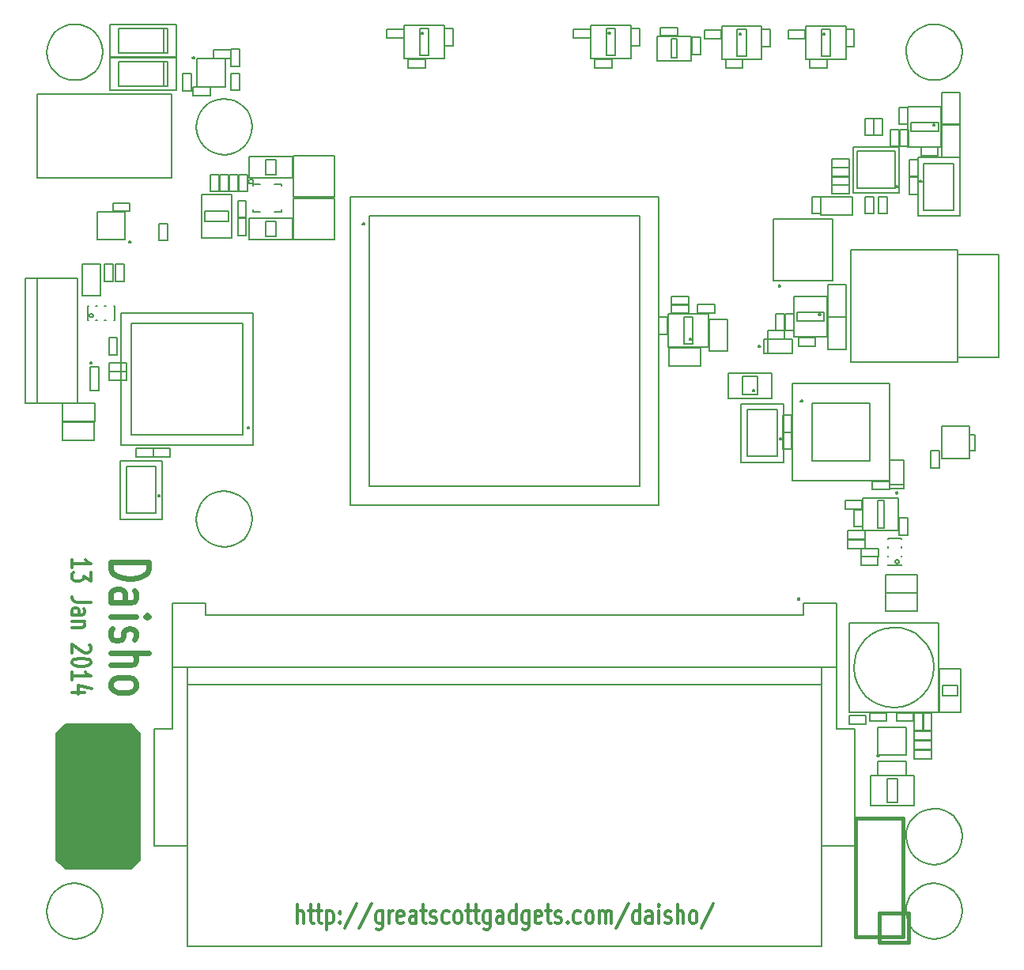
<source format=gto>
G04 (created by PCBNEW-RS274X (2012-apr-16-27)-stable) date Mon 13 Jan 2014 12:08:28 PM PST*
G01*
G70*
G90*
%MOIN*%
G04 Gerber Fmt 3.4, Leading zero omitted, Abs format*
%FSLAX34Y34*%
G04 APERTURE LIST*
%ADD10C,0.006500*%
%ADD11C,0.012000*%
%ADD12C,0.024000*%
%ADD13C,0.008000*%
%ADD14C,0.005900*%
%ADD15C,0.015000*%
%ADD16C,0.007000*%
G04 APERTURE END LIST*
G54D10*
G54D11*
X42465Y-55639D02*
X42465Y-54839D01*
X42722Y-55639D02*
X42722Y-55220D01*
X42693Y-55144D01*
X42636Y-55105D01*
X42551Y-55105D01*
X42493Y-55144D01*
X42465Y-55182D01*
X42922Y-55105D02*
X43151Y-55105D01*
X43008Y-54839D02*
X43008Y-55525D01*
X43036Y-55601D01*
X43094Y-55639D01*
X43151Y-55639D01*
X43265Y-55105D02*
X43494Y-55105D01*
X43351Y-54839D02*
X43351Y-55525D01*
X43379Y-55601D01*
X43437Y-55639D01*
X43494Y-55639D01*
X43694Y-55105D02*
X43694Y-55905D01*
X43694Y-55144D02*
X43751Y-55105D01*
X43865Y-55105D01*
X43922Y-55144D01*
X43951Y-55182D01*
X43980Y-55258D01*
X43980Y-55486D01*
X43951Y-55563D01*
X43922Y-55601D01*
X43865Y-55639D01*
X43751Y-55639D01*
X43694Y-55601D01*
X44237Y-55563D02*
X44265Y-55601D01*
X44237Y-55639D01*
X44208Y-55601D01*
X44237Y-55563D01*
X44237Y-55639D01*
X44237Y-55144D02*
X44265Y-55182D01*
X44237Y-55220D01*
X44208Y-55182D01*
X44237Y-55144D01*
X44237Y-55220D01*
X44951Y-54801D02*
X44437Y-55829D01*
X45580Y-54801D02*
X45066Y-55829D01*
X46038Y-55105D02*
X46038Y-55753D01*
X46009Y-55829D01*
X45981Y-55867D01*
X45924Y-55905D01*
X45838Y-55905D01*
X45781Y-55867D01*
X46038Y-55601D02*
X45981Y-55639D01*
X45867Y-55639D01*
X45809Y-55601D01*
X45781Y-55563D01*
X45752Y-55486D01*
X45752Y-55258D01*
X45781Y-55182D01*
X45809Y-55144D01*
X45867Y-55105D01*
X45981Y-55105D01*
X46038Y-55144D01*
X46324Y-55639D02*
X46324Y-55105D01*
X46324Y-55258D02*
X46352Y-55182D01*
X46381Y-55144D01*
X46438Y-55105D01*
X46495Y-55105D01*
X46923Y-55601D02*
X46866Y-55639D01*
X46752Y-55639D01*
X46695Y-55601D01*
X46666Y-55525D01*
X46666Y-55220D01*
X46695Y-55144D01*
X46752Y-55105D01*
X46866Y-55105D01*
X46923Y-55144D01*
X46952Y-55220D01*
X46952Y-55296D01*
X46666Y-55372D01*
X47466Y-55639D02*
X47466Y-55220D01*
X47437Y-55144D01*
X47380Y-55105D01*
X47266Y-55105D01*
X47209Y-55144D01*
X47466Y-55601D02*
X47409Y-55639D01*
X47266Y-55639D01*
X47209Y-55601D01*
X47180Y-55525D01*
X47180Y-55448D01*
X47209Y-55372D01*
X47266Y-55334D01*
X47409Y-55334D01*
X47466Y-55296D01*
X47666Y-55105D02*
X47895Y-55105D01*
X47752Y-54839D02*
X47752Y-55525D01*
X47780Y-55601D01*
X47838Y-55639D01*
X47895Y-55639D01*
X48066Y-55601D02*
X48123Y-55639D01*
X48238Y-55639D01*
X48295Y-55601D01*
X48323Y-55525D01*
X48323Y-55486D01*
X48295Y-55410D01*
X48238Y-55372D01*
X48152Y-55372D01*
X48095Y-55334D01*
X48066Y-55258D01*
X48066Y-55220D01*
X48095Y-55144D01*
X48152Y-55105D01*
X48238Y-55105D01*
X48295Y-55144D01*
X48838Y-55601D02*
X48781Y-55639D01*
X48667Y-55639D01*
X48609Y-55601D01*
X48581Y-55563D01*
X48552Y-55486D01*
X48552Y-55258D01*
X48581Y-55182D01*
X48609Y-55144D01*
X48667Y-55105D01*
X48781Y-55105D01*
X48838Y-55144D01*
X49181Y-55639D02*
X49123Y-55601D01*
X49095Y-55563D01*
X49066Y-55486D01*
X49066Y-55258D01*
X49095Y-55182D01*
X49123Y-55144D01*
X49181Y-55105D01*
X49266Y-55105D01*
X49323Y-55144D01*
X49352Y-55182D01*
X49381Y-55258D01*
X49381Y-55486D01*
X49352Y-55563D01*
X49323Y-55601D01*
X49266Y-55639D01*
X49181Y-55639D01*
X49552Y-55105D02*
X49781Y-55105D01*
X49638Y-54839D02*
X49638Y-55525D01*
X49666Y-55601D01*
X49724Y-55639D01*
X49781Y-55639D01*
X49895Y-55105D02*
X50124Y-55105D01*
X49981Y-54839D02*
X49981Y-55525D01*
X50009Y-55601D01*
X50067Y-55639D01*
X50124Y-55639D01*
X50581Y-55105D02*
X50581Y-55753D01*
X50552Y-55829D01*
X50524Y-55867D01*
X50467Y-55905D01*
X50381Y-55905D01*
X50324Y-55867D01*
X50581Y-55601D02*
X50524Y-55639D01*
X50410Y-55639D01*
X50352Y-55601D01*
X50324Y-55563D01*
X50295Y-55486D01*
X50295Y-55258D01*
X50324Y-55182D01*
X50352Y-55144D01*
X50410Y-55105D01*
X50524Y-55105D01*
X50581Y-55144D01*
X51124Y-55639D02*
X51124Y-55220D01*
X51095Y-55144D01*
X51038Y-55105D01*
X50924Y-55105D01*
X50867Y-55144D01*
X51124Y-55601D02*
X51067Y-55639D01*
X50924Y-55639D01*
X50867Y-55601D01*
X50838Y-55525D01*
X50838Y-55448D01*
X50867Y-55372D01*
X50924Y-55334D01*
X51067Y-55334D01*
X51124Y-55296D01*
X51667Y-55639D02*
X51667Y-54839D01*
X51667Y-55601D02*
X51610Y-55639D01*
X51496Y-55639D01*
X51438Y-55601D01*
X51410Y-55563D01*
X51381Y-55486D01*
X51381Y-55258D01*
X51410Y-55182D01*
X51438Y-55144D01*
X51496Y-55105D01*
X51610Y-55105D01*
X51667Y-55144D01*
X52210Y-55105D02*
X52210Y-55753D01*
X52181Y-55829D01*
X52153Y-55867D01*
X52096Y-55905D01*
X52010Y-55905D01*
X51953Y-55867D01*
X52210Y-55601D02*
X52153Y-55639D01*
X52039Y-55639D01*
X51981Y-55601D01*
X51953Y-55563D01*
X51924Y-55486D01*
X51924Y-55258D01*
X51953Y-55182D01*
X51981Y-55144D01*
X52039Y-55105D01*
X52153Y-55105D01*
X52210Y-55144D01*
X52724Y-55601D02*
X52667Y-55639D01*
X52553Y-55639D01*
X52496Y-55601D01*
X52467Y-55525D01*
X52467Y-55220D01*
X52496Y-55144D01*
X52553Y-55105D01*
X52667Y-55105D01*
X52724Y-55144D01*
X52753Y-55220D01*
X52753Y-55296D01*
X52467Y-55372D01*
X52924Y-55105D02*
X53153Y-55105D01*
X53010Y-54839D02*
X53010Y-55525D01*
X53038Y-55601D01*
X53096Y-55639D01*
X53153Y-55639D01*
X53324Y-55601D02*
X53381Y-55639D01*
X53496Y-55639D01*
X53553Y-55601D01*
X53581Y-55525D01*
X53581Y-55486D01*
X53553Y-55410D01*
X53496Y-55372D01*
X53410Y-55372D01*
X53353Y-55334D01*
X53324Y-55258D01*
X53324Y-55220D01*
X53353Y-55144D01*
X53410Y-55105D01*
X53496Y-55105D01*
X53553Y-55144D01*
X53839Y-55563D02*
X53867Y-55601D01*
X53839Y-55639D01*
X53810Y-55601D01*
X53839Y-55563D01*
X53839Y-55639D01*
X54382Y-55601D02*
X54325Y-55639D01*
X54211Y-55639D01*
X54153Y-55601D01*
X54125Y-55563D01*
X54096Y-55486D01*
X54096Y-55258D01*
X54125Y-55182D01*
X54153Y-55144D01*
X54211Y-55105D01*
X54325Y-55105D01*
X54382Y-55144D01*
X54725Y-55639D02*
X54667Y-55601D01*
X54639Y-55563D01*
X54610Y-55486D01*
X54610Y-55258D01*
X54639Y-55182D01*
X54667Y-55144D01*
X54725Y-55105D01*
X54810Y-55105D01*
X54867Y-55144D01*
X54896Y-55182D01*
X54925Y-55258D01*
X54925Y-55486D01*
X54896Y-55563D01*
X54867Y-55601D01*
X54810Y-55639D01*
X54725Y-55639D01*
X55182Y-55639D02*
X55182Y-55105D01*
X55182Y-55182D02*
X55210Y-55144D01*
X55268Y-55105D01*
X55353Y-55105D01*
X55410Y-55144D01*
X55439Y-55220D01*
X55439Y-55639D01*
X55439Y-55220D02*
X55468Y-55144D01*
X55525Y-55105D01*
X55610Y-55105D01*
X55668Y-55144D01*
X55696Y-55220D01*
X55696Y-55639D01*
X56410Y-54801D02*
X55896Y-55829D01*
X56868Y-55639D02*
X56868Y-54839D01*
X56868Y-55601D02*
X56811Y-55639D01*
X56697Y-55639D01*
X56639Y-55601D01*
X56611Y-55563D01*
X56582Y-55486D01*
X56582Y-55258D01*
X56611Y-55182D01*
X56639Y-55144D01*
X56697Y-55105D01*
X56811Y-55105D01*
X56868Y-55144D01*
X57411Y-55639D02*
X57411Y-55220D01*
X57382Y-55144D01*
X57325Y-55105D01*
X57211Y-55105D01*
X57154Y-55144D01*
X57411Y-55601D02*
X57354Y-55639D01*
X57211Y-55639D01*
X57154Y-55601D01*
X57125Y-55525D01*
X57125Y-55448D01*
X57154Y-55372D01*
X57211Y-55334D01*
X57354Y-55334D01*
X57411Y-55296D01*
X57697Y-55639D02*
X57697Y-55105D01*
X57697Y-54839D02*
X57668Y-54877D01*
X57697Y-54915D01*
X57725Y-54877D01*
X57697Y-54839D01*
X57697Y-54915D01*
X57954Y-55601D02*
X58011Y-55639D01*
X58126Y-55639D01*
X58183Y-55601D01*
X58211Y-55525D01*
X58211Y-55486D01*
X58183Y-55410D01*
X58126Y-55372D01*
X58040Y-55372D01*
X57983Y-55334D01*
X57954Y-55258D01*
X57954Y-55220D01*
X57983Y-55144D01*
X58040Y-55105D01*
X58126Y-55105D01*
X58183Y-55144D01*
X58469Y-55639D02*
X58469Y-54839D01*
X58726Y-55639D02*
X58726Y-55220D01*
X58697Y-55144D01*
X58640Y-55105D01*
X58555Y-55105D01*
X58497Y-55144D01*
X58469Y-55182D01*
X59098Y-55639D02*
X59040Y-55601D01*
X59012Y-55563D01*
X58983Y-55486D01*
X58983Y-55258D01*
X59012Y-55182D01*
X59040Y-55144D01*
X59098Y-55105D01*
X59183Y-55105D01*
X59240Y-55144D01*
X59269Y-55182D01*
X59298Y-55258D01*
X59298Y-55486D01*
X59269Y-55563D01*
X59240Y-55601D01*
X59183Y-55639D01*
X59098Y-55639D01*
X59983Y-54801D02*
X59469Y-55829D01*
X32944Y-40626D02*
X32944Y-40283D01*
X32944Y-40455D02*
X33744Y-40455D01*
X33630Y-40398D01*
X33554Y-40340D01*
X33516Y-40283D01*
X33744Y-40826D02*
X33744Y-41197D01*
X33439Y-40997D01*
X33439Y-41083D01*
X33401Y-41140D01*
X33363Y-41169D01*
X33287Y-41197D01*
X33097Y-41197D01*
X33020Y-41169D01*
X32982Y-41140D01*
X32944Y-41083D01*
X32944Y-40911D01*
X32982Y-40854D01*
X33020Y-40826D01*
X33744Y-42082D02*
X33173Y-42082D01*
X33058Y-42054D01*
X32982Y-41997D01*
X32944Y-41911D01*
X32944Y-41854D01*
X32944Y-42625D02*
X33363Y-42625D01*
X33439Y-42596D01*
X33478Y-42539D01*
X33478Y-42425D01*
X33439Y-42368D01*
X32982Y-42625D02*
X32944Y-42568D01*
X32944Y-42425D01*
X32982Y-42368D01*
X33058Y-42339D01*
X33135Y-42339D01*
X33211Y-42368D01*
X33249Y-42425D01*
X33249Y-42568D01*
X33287Y-42625D01*
X33478Y-42911D02*
X32944Y-42911D01*
X33401Y-42911D02*
X33439Y-42939D01*
X33478Y-42997D01*
X33478Y-43082D01*
X33439Y-43139D01*
X33363Y-43168D01*
X32944Y-43168D01*
X33668Y-43882D02*
X33706Y-43911D01*
X33744Y-43968D01*
X33744Y-44111D01*
X33706Y-44168D01*
X33668Y-44197D01*
X33592Y-44225D01*
X33516Y-44225D01*
X33401Y-44197D01*
X32944Y-43854D01*
X32944Y-44225D01*
X33744Y-44596D02*
X33744Y-44653D01*
X33706Y-44710D01*
X33668Y-44739D01*
X33592Y-44768D01*
X33439Y-44796D01*
X33249Y-44796D01*
X33097Y-44768D01*
X33020Y-44739D01*
X32982Y-44710D01*
X32944Y-44653D01*
X32944Y-44596D01*
X32982Y-44539D01*
X33020Y-44510D01*
X33097Y-44482D01*
X33249Y-44453D01*
X33439Y-44453D01*
X33592Y-44482D01*
X33668Y-44510D01*
X33706Y-44539D01*
X33744Y-44596D01*
X32944Y-45367D02*
X32944Y-45024D01*
X32944Y-45196D02*
X33744Y-45196D01*
X33630Y-45139D01*
X33554Y-45081D01*
X33516Y-45024D01*
X33478Y-45881D02*
X32944Y-45881D01*
X33782Y-45738D02*
X33211Y-45595D01*
X33211Y-45967D01*
G54D12*
X34588Y-40396D02*
X36188Y-40396D01*
X36188Y-40681D01*
X36112Y-40853D01*
X35960Y-40967D01*
X35807Y-41024D01*
X35503Y-41081D01*
X35274Y-41081D01*
X34969Y-41024D01*
X34817Y-40967D01*
X34665Y-40853D01*
X34588Y-40681D01*
X34588Y-40396D01*
X34588Y-42110D02*
X35426Y-42110D01*
X35579Y-42053D01*
X35655Y-41939D01*
X35655Y-41710D01*
X35579Y-41596D01*
X34665Y-42110D02*
X34588Y-41996D01*
X34588Y-41710D01*
X34665Y-41596D01*
X34817Y-41539D01*
X34969Y-41539D01*
X35122Y-41596D01*
X35198Y-41710D01*
X35198Y-41996D01*
X35274Y-42110D01*
X34588Y-42682D02*
X35655Y-42682D01*
X36188Y-42682D02*
X36112Y-42625D01*
X36036Y-42682D01*
X36112Y-42739D01*
X36188Y-42682D01*
X36036Y-42682D01*
X34665Y-43196D02*
X34588Y-43310D01*
X34588Y-43538D01*
X34665Y-43653D01*
X34817Y-43710D01*
X34893Y-43710D01*
X35046Y-43653D01*
X35122Y-43538D01*
X35122Y-43367D01*
X35198Y-43253D01*
X35350Y-43196D01*
X35426Y-43196D01*
X35579Y-43253D01*
X35655Y-43367D01*
X35655Y-43538D01*
X35579Y-43653D01*
X34588Y-44224D02*
X36188Y-44224D01*
X34588Y-44738D02*
X35426Y-44738D01*
X35579Y-44681D01*
X35655Y-44567D01*
X35655Y-44395D01*
X35579Y-44281D01*
X35503Y-44224D01*
X34588Y-45481D02*
X34665Y-45367D01*
X34741Y-45310D01*
X34893Y-45253D01*
X35350Y-45253D01*
X35503Y-45310D01*
X35579Y-45367D01*
X35655Y-45481D01*
X35655Y-45653D01*
X35579Y-45767D01*
X35503Y-45824D01*
X35350Y-45881D01*
X34893Y-45881D01*
X34741Y-45824D01*
X34665Y-45767D01*
X34588Y-45653D01*
X34588Y-45481D01*
G54D13*
X40551Y-22047D02*
X40528Y-22276D01*
X40461Y-22497D01*
X40353Y-22700D01*
X40208Y-22879D01*
X40030Y-23026D01*
X39827Y-23135D01*
X39607Y-23203D01*
X39378Y-23227D01*
X39149Y-23207D01*
X38928Y-23142D01*
X38724Y-23035D01*
X38544Y-22890D01*
X38396Y-22714D01*
X38285Y-22512D01*
X38215Y-22292D01*
X38190Y-22063D01*
X38209Y-21834D01*
X38272Y-21613D01*
X38378Y-21408D01*
X38521Y-21227D01*
X38696Y-21078D01*
X38898Y-20965D01*
X39117Y-20894D01*
X39346Y-20867D01*
X39575Y-20884D01*
X39797Y-20946D01*
X40002Y-21050D01*
X40184Y-21192D01*
X40335Y-21367D01*
X40448Y-21567D01*
X40521Y-21786D01*
X40550Y-22015D01*
X40551Y-22047D01*
X34252Y-18898D02*
X34229Y-19127D01*
X34162Y-19348D01*
X34054Y-19551D01*
X33909Y-19730D01*
X33731Y-19877D01*
X33528Y-19986D01*
X33308Y-20054D01*
X33079Y-20078D01*
X32850Y-20058D01*
X32629Y-19993D01*
X32425Y-19886D01*
X32245Y-19741D01*
X32097Y-19565D01*
X31986Y-19363D01*
X31916Y-19143D01*
X31891Y-18914D01*
X31910Y-18685D01*
X31973Y-18464D01*
X32079Y-18259D01*
X32222Y-18078D01*
X32397Y-17929D01*
X32599Y-17816D01*
X32818Y-17745D01*
X33047Y-17718D01*
X33276Y-17735D01*
X33498Y-17797D01*
X33703Y-17901D01*
X33885Y-18043D01*
X34036Y-18218D01*
X34149Y-18418D01*
X34222Y-18637D01*
X34251Y-18866D01*
X34252Y-18898D01*
X70472Y-18898D02*
X70449Y-19127D01*
X70382Y-19348D01*
X70274Y-19551D01*
X70129Y-19730D01*
X69951Y-19877D01*
X69748Y-19986D01*
X69528Y-20054D01*
X69299Y-20078D01*
X69070Y-20058D01*
X68849Y-19993D01*
X68645Y-19886D01*
X68465Y-19741D01*
X68317Y-19565D01*
X68206Y-19363D01*
X68136Y-19143D01*
X68111Y-18914D01*
X68130Y-18685D01*
X68193Y-18464D01*
X68299Y-18259D01*
X68442Y-18078D01*
X68617Y-17929D01*
X68819Y-17816D01*
X69038Y-17745D01*
X69267Y-17718D01*
X69496Y-17735D01*
X69718Y-17797D01*
X69923Y-17901D01*
X70105Y-18043D01*
X70256Y-18218D01*
X70369Y-18418D01*
X70442Y-18637D01*
X70471Y-18866D01*
X70472Y-18898D01*
X40551Y-38583D02*
X40528Y-38812D01*
X40461Y-39033D01*
X40353Y-39236D01*
X40208Y-39415D01*
X40030Y-39562D01*
X39827Y-39671D01*
X39607Y-39739D01*
X39378Y-39763D01*
X39149Y-39743D01*
X38928Y-39678D01*
X38724Y-39571D01*
X38544Y-39426D01*
X38396Y-39250D01*
X38285Y-39048D01*
X38215Y-38828D01*
X38190Y-38599D01*
X38209Y-38370D01*
X38272Y-38149D01*
X38378Y-37944D01*
X38521Y-37763D01*
X38696Y-37614D01*
X38898Y-37501D01*
X39117Y-37430D01*
X39346Y-37403D01*
X39575Y-37420D01*
X39797Y-37482D01*
X40002Y-37586D01*
X40184Y-37728D01*
X40335Y-37903D01*
X40448Y-38103D01*
X40521Y-38322D01*
X40550Y-38551D01*
X40551Y-38583D01*
X34252Y-55118D02*
X34229Y-55347D01*
X34162Y-55568D01*
X34054Y-55771D01*
X33909Y-55950D01*
X33731Y-56097D01*
X33528Y-56206D01*
X33308Y-56274D01*
X33079Y-56298D01*
X32850Y-56278D01*
X32629Y-56213D01*
X32425Y-56106D01*
X32245Y-55961D01*
X32097Y-55785D01*
X31986Y-55583D01*
X31916Y-55363D01*
X31891Y-55134D01*
X31910Y-54905D01*
X31973Y-54684D01*
X32079Y-54479D01*
X32222Y-54298D01*
X32397Y-54149D01*
X32599Y-54036D01*
X32818Y-53965D01*
X33047Y-53938D01*
X33276Y-53955D01*
X33498Y-54017D01*
X33703Y-54121D01*
X33885Y-54263D01*
X34036Y-54438D01*
X34149Y-54638D01*
X34222Y-54857D01*
X34251Y-55086D01*
X34252Y-55118D01*
X70472Y-51968D02*
X70449Y-52197D01*
X70382Y-52418D01*
X70274Y-52621D01*
X70129Y-52800D01*
X69951Y-52947D01*
X69748Y-53056D01*
X69528Y-53124D01*
X69299Y-53148D01*
X69070Y-53128D01*
X68849Y-53063D01*
X68645Y-52956D01*
X68465Y-52811D01*
X68317Y-52635D01*
X68206Y-52433D01*
X68136Y-52213D01*
X68111Y-51984D01*
X68130Y-51755D01*
X68193Y-51534D01*
X68299Y-51329D01*
X68442Y-51148D01*
X68617Y-50999D01*
X68819Y-50886D01*
X69038Y-50815D01*
X69267Y-50788D01*
X69496Y-50805D01*
X69718Y-50867D01*
X69923Y-50971D01*
X70105Y-51113D01*
X70256Y-51288D01*
X70369Y-51488D01*
X70442Y-51707D01*
X70471Y-51936D01*
X70472Y-51968D01*
X70472Y-55118D02*
X70449Y-55347D01*
X70382Y-55568D01*
X70274Y-55771D01*
X70129Y-55950D01*
X69951Y-56097D01*
X69748Y-56206D01*
X69528Y-56274D01*
X69299Y-56298D01*
X69070Y-56278D01*
X68849Y-56213D01*
X68645Y-56106D01*
X68465Y-55961D01*
X68317Y-55785D01*
X68206Y-55583D01*
X68136Y-55363D01*
X68111Y-55134D01*
X68130Y-54905D01*
X68193Y-54684D01*
X68299Y-54479D01*
X68442Y-54298D01*
X68617Y-54149D01*
X68819Y-54036D01*
X69038Y-53965D01*
X69267Y-53938D01*
X69496Y-53955D01*
X69718Y-54017D01*
X69923Y-54121D01*
X70105Y-54263D01*
X70256Y-54438D01*
X70369Y-54638D01*
X70442Y-54857D01*
X70471Y-55086D01*
X70472Y-55118D01*
X66977Y-48544D02*
X66976Y-48551D01*
X66973Y-48559D01*
X66970Y-48566D01*
X66965Y-48572D01*
X66959Y-48577D01*
X66952Y-48580D01*
X66945Y-48583D01*
X66937Y-48583D01*
X66930Y-48583D01*
X66923Y-48581D01*
X66916Y-48577D01*
X66910Y-48572D01*
X66904Y-48566D01*
X66901Y-48559D01*
X66898Y-48552D01*
X66898Y-48544D01*
X66898Y-48537D01*
X66900Y-48530D01*
X66904Y-48523D01*
X66909Y-48517D01*
X66915Y-48512D01*
X66921Y-48508D01*
X66929Y-48505D01*
X66937Y-48505D01*
X66943Y-48505D01*
X66951Y-48507D01*
X66958Y-48511D01*
X66964Y-48516D01*
X66969Y-48521D01*
X66973Y-48528D01*
X66976Y-48536D01*
X66976Y-48543D01*
X66977Y-48544D01*
X66927Y-48544D02*
X66927Y-47362D01*
X66927Y-47362D02*
X68109Y-47362D01*
X68109Y-47362D02*
X68109Y-48544D01*
X68109Y-48544D02*
X66927Y-48544D01*
X61151Y-18130D02*
X61150Y-18137D01*
X61148Y-18144D01*
X61144Y-18151D01*
X61139Y-18157D01*
X61133Y-18162D01*
X61127Y-18165D01*
X61119Y-18168D01*
X61112Y-18168D01*
X61105Y-18168D01*
X61098Y-18166D01*
X61091Y-18162D01*
X61085Y-18157D01*
X61080Y-18152D01*
X61077Y-18145D01*
X61074Y-18138D01*
X61074Y-18130D01*
X61074Y-18123D01*
X61076Y-18116D01*
X61080Y-18109D01*
X61084Y-18103D01*
X61090Y-18098D01*
X61097Y-18095D01*
X61104Y-18092D01*
X61112Y-18092D01*
X61118Y-18092D01*
X61126Y-18094D01*
X61132Y-18098D01*
X61138Y-18102D01*
X61143Y-18108D01*
X61147Y-18115D01*
X61150Y-18122D01*
X61150Y-18129D01*
X61151Y-18130D01*
X60335Y-17805D02*
X62027Y-17805D01*
X62027Y-17805D02*
X62027Y-19203D01*
X62027Y-19203D02*
X60335Y-19203D01*
X60335Y-19203D02*
X60335Y-17805D01*
X60994Y-17933D02*
X61368Y-17933D01*
X61368Y-17933D02*
X61368Y-19075D01*
X61368Y-19075D02*
X60994Y-19075D01*
X60994Y-19075D02*
X60994Y-17933D01*
X47765Y-18091D02*
X47764Y-18098D01*
X47762Y-18105D01*
X47758Y-18112D01*
X47753Y-18118D01*
X47747Y-18123D01*
X47741Y-18126D01*
X47733Y-18129D01*
X47726Y-18129D01*
X47719Y-18129D01*
X47712Y-18127D01*
X47705Y-18123D01*
X47699Y-18118D01*
X47694Y-18113D01*
X47691Y-18106D01*
X47688Y-18099D01*
X47688Y-18091D01*
X47688Y-18084D01*
X47690Y-18077D01*
X47694Y-18070D01*
X47698Y-18064D01*
X47704Y-18059D01*
X47711Y-18056D01*
X47718Y-18053D01*
X47726Y-18053D01*
X47732Y-18053D01*
X47740Y-18055D01*
X47746Y-18059D01*
X47752Y-18063D01*
X47757Y-18069D01*
X47761Y-18076D01*
X47764Y-18083D01*
X47764Y-18090D01*
X47765Y-18091D01*
X46949Y-17766D02*
X48641Y-17766D01*
X48641Y-17766D02*
X48641Y-19164D01*
X48641Y-19164D02*
X46949Y-19164D01*
X46949Y-19164D02*
X46949Y-17766D01*
X47608Y-17894D02*
X47982Y-17894D01*
X47982Y-17894D02*
X47982Y-19036D01*
X47982Y-19036D02*
X47608Y-19036D01*
X47608Y-19036D02*
X47608Y-17894D01*
X55639Y-18091D02*
X55638Y-18098D01*
X55636Y-18105D01*
X55632Y-18112D01*
X55627Y-18118D01*
X55621Y-18123D01*
X55615Y-18126D01*
X55607Y-18129D01*
X55600Y-18129D01*
X55593Y-18129D01*
X55586Y-18127D01*
X55579Y-18123D01*
X55573Y-18118D01*
X55568Y-18113D01*
X55565Y-18106D01*
X55562Y-18099D01*
X55562Y-18091D01*
X55562Y-18084D01*
X55564Y-18077D01*
X55568Y-18070D01*
X55572Y-18064D01*
X55578Y-18059D01*
X55585Y-18056D01*
X55592Y-18053D01*
X55600Y-18053D01*
X55606Y-18053D01*
X55614Y-18055D01*
X55620Y-18059D01*
X55626Y-18063D01*
X55631Y-18069D01*
X55635Y-18076D01*
X55638Y-18083D01*
X55638Y-18090D01*
X55639Y-18091D01*
X54823Y-17766D02*
X56515Y-17766D01*
X56515Y-17766D02*
X56515Y-19164D01*
X56515Y-19164D02*
X54823Y-19164D01*
X54823Y-19164D02*
X54823Y-17766D01*
X55482Y-17894D02*
X55856Y-17894D01*
X55856Y-17894D02*
X55856Y-19036D01*
X55856Y-19036D02*
X55482Y-19036D01*
X55482Y-19036D02*
X55482Y-17894D01*
X64694Y-18130D02*
X64693Y-18137D01*
X64691Y-18144D01*
X64687Y-18151D01*
X64682Y-18157D01*
X64676Y-18162D01*
X64670Y-18165D01*
X64662Y-18168D01*
X64655Y-18168D01*
X64648Y-18168D01*
X64641Y-18166D01*
X64634Y-18162D01*
X64628Y-18157D01*
X64623Y-18152D01*
X64620Y-18145D01*
X64617Y-18138D01*
X64617Y-18130D01*
X64617Y-18123D01*
X64619Y-18116D01*
X64623Y-18109D01*
X64627Y-18103D01*
X64633Y-18098D01*
X64640Y-18095D01*
X64647Y-18092D01*
X64655Y-18092D01*
X64661Y-18092D01*
X64669Y-18094D01*
X64675Y-18098D01*
X64681Y-18102D01*
X64686Y-18108D01*
X64690Y-18115D01*
X64693Y-18122D01*
X64693Y-18129D01*
X64694Y-18130D01*
X63878Y-17805D02*
X65570Y-17805D01*
X65570Y-17805D02*
X65570Y-19203D01*
X65570Y-19203D02*
X63878Y-19203D01*
X63878Y-19203D02*
X63878Y-17805D01*
X64537Y-17933D02*
X64911Y-17933D01*
X64911Y-17933D02*
X64911Y-19075D01*
X64911Y-19075D02*
X64537Y-19075D01*
X64537Y-19075D02*
X64537Y-17933D01*
X67768Y-24568D02*
X67767Y-24575D01*
X67764Y-24583D01*
X67761Y-24590D01*
X67756Y-24596D01*
X67750Y-24601D01*
X67743Y-24604D01*
X67736Y-24607D01*
X67728Y-24607D01*
X67721Y-24607D01*
X67714Y-24605D01*
X67707Y-24601D01*
X67701Y-24596D01*
X67695Y-24590D01*
X67692Y-24583D01*
X67689Y-24576D01*
X67689Y-24568D01*
X67689Y-24561D01*
X67691Y-24554D01*
X67695Y-24547D01*
X67700Y-24541D01*
X67706Y-24536D01*
X67712Y-24532D01*
X67720Y-24529D01*
X67728Y-24529D01*
X67734Y-24529D01*
X67742Y-24531D01*
X67749Y-24535D01*
X67755Y-24540D01*
X67760Y-24545D01*
X67764Y-24552D01*
X67767Y-24560D01*
X67767Y-24567D01*
X67768Y-24568D01*
X67638Y-24645D02*
X66064Y-24645D01*
X66064Y-24645D02*
X66064Y-23071D01*
X66064Y-23071D02*
X67638Y-23071D01*
X67638Y-23071D02*
X67638Y-24645D01*
X67816Y-24823D02*
X65886Y-24823D01*
X65886Y-24823D02*
X65886Y-22893D01*
X65886Y-22893D02*
X67816Y-22893D01*
X67816Y-22893D02*
X67816Y-24823D01*
X61731Y-33170D02*
X61730Y-33177D01*
X61728Y-33184D01*
X61724Y-33191D01*
X61719Y-33197D01*
X61713Y-33202D01*
X61707Y-33205D01*
X61699Y-33208D01*
X61692Y-33208D01*
X61685Y-33208D01*
X61678Y-33206D01*
X61671Y-33202D01*
X61665Y-33197D01*
X61660Y-33192D01*
X61657Y-33185D01*
X61654Y-33178D01*
X61654Y-33170D01*
X61654Y-33163D01*
X61656Y-33156D01*
X61660Y-33149D01*
X61664Y-33143D01*
X61670Y-33138D01*
X61677Y-33135D01*
X61684Y-33132D01*
X61692Y-33132D01*
X61698Y-33132D01*
X61706Y-33134D01*
X61712Y-33138D01*
X61718Y-33142D01*
X61723Y-33148D01*
X61727Y-33155D01*
X61730Y-33162D01*
X61730Y-33169D01*
X61731Y-33170D01*
X62441Y-33484D02*
X60629Y-33484D01*
X60629Y-33484D02*
X60629Y-32422D01*
X60629Y-32422D02*
X62441Y-32422D01*
X62441Y-32422D02*
X62441Y-33484D01*
X61860Y-33347D02*
X61210Y-33347D01*
X61210Y-33347D02*
X61210Y-32559D01*
X61210Y-32559D02*
X61860Y-32559D01*
X61860Y-32559D02*
X61860Y-33347D01*
X62846Y-35187D02*
X62845Y-35194D01*
X62842Y-35202D01*
X62839Y-35209D01*
X62834Y-35215D01*
X62828Y-35220D01*
X62821Y-35223D01*
X62814Y-35226D01*
X62806Y-35226D01*
X62799Y-35226D01*
X62792Y-35224D01*
X62785Y-35220D01*
X62779Y-35215D01*
X62773Y-35209D01*
X62770Y-35202D01*
X62767Y-35195D01*
X62767Y-35187D01*
X62767Y-35180D01*
X62769Y-35173D01*
X62773Y-35166D01*
X62778Y-35160D01*
X62784Y-35155D01*
X62790Y-35151D01*
X62798Y-35148D01*
X62806Y-35148D01*
X62812Y-35148D01*
X62820Y-35150D01*
X62827Y-35154D01*
X62833Y-35159D01*
X62838Y-35164D01*
X62842Y-35171D01*
X62845Y-35179D01*
X62845Y-35186D01*
X62846Y-35187D01*
X62933Y-36201D02*
X62933Y-33721D01*
X61161Y-36201D02*
X61161Y-33721D01*
X62933Y-33721D02*
X61161Y-33721D01*
X62933Y-36201D02*
X61161Y-36201D01*
X62677Y-35945D02*
X62677Y-33977D01*
X61417Y-35945D02*
X61417Y-33977D01*
X62677Y-33977D02*
X61417Y-33977D01*
X62677Y-35945D02*
X61417Y-35945D01*
X36665Y-37588D02*
X36664Y-37595D01*
X36661Y-37603D01*
X36658Y-37610D01*
X36653Y-37616D01*
X36647Y-37621D01*
X36640Y-37624D01*
X36633Y-37627D01*
X36625Y-37627D01*
X36618Y-37627D01*
X36611Y-37625D01*
X36604Y-37621D01*
X36598Y-37616D01*
X36592Y-37610D01*
X36589Y-37603D01*
X36586Y-37596D01*
X36586Y-37588D01*
X36586Y-37581D01*
X36588Y-37574D01*
X36592Y-37567D01*
X36597Y-37561D01*
X36603Y-37556D01*
X36609Y-37552D01*
X36617Y-37549D01*
X36625Y-37549D01*
X36631Y-37549D01*
X36639Y-37551D01*
X36646Y-37555D01*
X36652Y-37560D01*
X36657Y-37565D01*
X36661Y-37572D01*
X36664Y-37580D01*
X36664Y-37587D01*
X36665Y-37588D01*
X36752Y-38602D02*
X36752Y-36122D01*
X34980Y-38602D02*
X34980Y-36122D01*
X36752Y-36122D02*
X34980Y-36122D01*
X36752Y-38602D02*
X34980Y-38602D01*
X36496Y-38346D02*
X36496Y-36378D01*
X35236Y-38346D02*
X35236Y-36378D01*
X36496Y-36378D02*
X35236Y-36378D01*
X36496Y-38346D02*
X35236Y-38346D01*
X68769Y-24341D02*
X68768Y-24348D01*
X68765Y-24356D01*
X68762Y-24363D01*
X68757Y-24369D01*
X68751Y-24374D01*
X68744Y-24377D01*
X68737Y-24380D01*
X68729Y-24380D01*
X68722Y-24380D01*
X68715Y-24378D01*
X68708Y-24374D01*
X68702Y-24369D01*
X68696Y-24363D01*
X68693Y-24356D01*
X68690Y-24349D01*
X68690Y-24341D01*
X68690Y-24334D01*
X68692Y-24327D01*
X68696Y-24320D01*
X68701Y-24314D01*
X68707Y-24309D01*
X68713Y-24305D01*
X68721Y-24302D01*
X68729Y-24302D01*
X68735Y-24302D01*
X68743Y-24304D01*
X68750Y-24308D01*
X68756Y-24313D01*
X68761Y-24318D01*
X68765Y-24325D01*
X68768Y-24333D01*
X68768Y-24340D01*
X68769Y-24341D01*
X68602Y-23327D02*
X68602Y-25807D01*
X70374Y-23327D02*
X70374Y-25807D01*
X68602Y-25807D02*
X70374Y-25807D01*
X68602Y-23327D02*
X70374Y-23327D01*
X68858Y-23583D02*
X68858Y-25551D01*
X70118Y-23583D02*
X70118Y-25551D01*
X68858Y-25551D02*
X70118Y-25551D01*
X68858Y-23583D02*
X70118Y-23583D01*
X69469Y-21860D02*
X69469Y-22234D01*
X69469Y-22234D02*
X68327Y-22234D01*
X68327Y-22234D02*
X68327Y-21860D01*
X68327Y-21860D02*
X69469Y-21860D01*
X69311Y-21968D02*
X69310Y-21975D01*
X69308Y-21982D01*
X69304Y-21989D01*
X69299Y-21995D01*
X69293Y-22000D01*
X69287Y-22003D01*
X69279Y-22006D01*
X69272Y-22006D01*
X69265Y-22006D01*
X69258Y-22004D01*
X69251Y-22000D01*
X69245Y-21995D01*
X69240Y-21990D01*
X69237Y-21983D01*
X69234Y-21976D01*
X69234Y-21968D01*
X69234Y-21961D01*
X69236Y-21954D01*
X69240Y-21947D01*
X69244Y-21941D01*
X69250Y-21936D01*
X69257Y-21933D01*
X69264Y-21930D01*
X69272Y-21930D01*
X69278Y-21930D01*
X69286Y-21932D01*
X69292Y-21936D01*
X69298Y-21940D01*
X69303Y-21946D01*
X69307Y-21953D01*
X69310Y-21960D01*
X69310Y-21967D01*
X69311Y-21968D01*
X69597Y-21201D02*
X69597Y-22893D01*
X69597Y-22893D02*
X68199Y-22893D01*
X68199Y-22893D02*
X68199Y-21201D01*
X68199Y-21201D02*
X69597Y-21201D01*
X59124Y-31201D02*
X58750Y-31201D01*
X58750Y-31201D02*
X58750Y-30059D01*
X58750Y-30059D02*
X59124Y-30059D01*
X59124Y-30059D02*
X59124Y-31201D01*
X59055Y-31004D02*
X59054Y-31011D01*
X59052Y-31018D01*
X59048Y-31025D01*
X59043Y-31031D01*
X59037Y-31036D01*
X59031Y-31039D01*
X59023Y-31042D01*
X59016Y-31042D01*
X59009Y-31042D01*
X59002Y-31040D01*
X58995Y-31036D01*
X58989Y-31031D01*
X58984Y-31026D01*
X58981Y-31019D01*
X58978Y-31012D01*
X58978Y-31004D01*
X58978Y-30997D01*
X58980Y-30990D01*
X58984Y-30983D01*
X58988Y-30977D01*
X58994Y-30972D01*
X59001Y-30969D01*
X59008Y-30966D01*
X59016Y-30966D01*
X59022Y-30966D01*
X59030Y-30968D01*
X59036Y-30972D01*
X59042Y-30976D01*
X59047Y-30982D01*
X59051Y-30989D01*
X59054Y-30996D01*
X59054Y-31003D01*
X59055Y-31004D01*
X59783Y-31329D02*
X58091Y-31329D01*
X58091Y-31329D02*
X58091Y-29931D01*
X58091Y-29931D02*
X59783Y-29931D01*
X59783Y-29931D02*
X59783Y-31329D01*
X64665Y-29851D02*
X64665Y-30225D01*
X64665Y-30225D02*
X63523Y-30225D01*
X63523Y-30225D02*
X63523Y-29851D01*
X63523Y-29851D02*
X64665Y-29851D01*
X64507Y-29959D02*
X64506Y-29966D01*
X64504Y-29973D01*
X64500Y-29980D01*
X64495Y-29986D01*
X64489Y-29991D01*
X64483Y-29994D01*
X64475Y-29997D01*
X64468Y-29997D01*
X64461Y-29997D01*
X64454Y-29995D01*
X64447Y-29991D01*
X64441Y-29986D01*
X64436Y-29981D01*
X64433Y-29974D01*
X64430Y-29967D01*
X64430Y-29959D01*
X64430Y-29952D01*
X64432Y-29945D01*
X64436Y-29938D01*
X64440Y-29932D01*
X64446Y-29927D01*
X64453Y-29924D01*
X64460Y-29921D01*
X64468Y-29921D01*
X64474Y-29921D01*
X64482Y-29923D01*
X64488Y-29927D01*
X64494Y-29931D01*
X64499Y-29937D01*
X64503Y-29944D01*
X64506Y-29951D01*
X64506Y-29958D01*
X64507Y-29959D01*
X64793Y-29192D02*
X64793Y-30884D01*
X64793Y-30884D02*
X63395Y-30884D01*
X63395Y-30884D02*
X63395Y-29192D01*
X63395Y-29192D02*
X64793Y-29192D01*
X69150Y-35703D02*
X69512Y-35703D01*
X69512Y-35703D02*
X69512Y-36423D01*
X69512Y-36423D02*
X69150Y-36423D01*
X69150Y-36423D02*
X69150Y-35703D01*
X70768Y-35690D02*
X71024Y-35690D01*
X71024Y-35690D02*
X71024Y-35020D01*
X71024Y-35020D02*
X70768Y-35020D01*
X69626Y-36044D02*
X69626Y-34666D01*
X69626Y-34666D02*
X70768Y-34666D01*
X70768Y-34666D02*
X70768Y-36044D01*
X70768Y-36044D02*
X69626Y-36044D01*
X67756Y-37481D02*
X67755Y-37488D01*
X67752Y-37496D01*
X67749Y-37503D01*
X67744Y-37509D01*
X67738Y-37514D01*
X67731Y-37517D01*
X67724Y-37520D01*
X67716Y-37520D01*
X67709Y-37520D01*
X67702Y-37518D01*
X67695Y-37514D01*
X67689Y-37509D01*
X67683Y-37503D01*
X67680Y-37496D01*
X67677Y-37489D01*
X67677Y-37481D01*
X67677Y-37474D01*
X67679Y-37467D01*
X67683Y-37460D01*
X67688Y-37454D01*
X67694Y-37449D01*
X67700Y-37445D01*
X67708Y-37442D01*
X67716Y-37442D01*
X67722Y-37442D01*
X67730Y-37444D01*
X67737Y-37448D01*
X67743Y-37453D01*
X67748Y-37458D01*
X67752Y-37465D01*
X67755Y-37473D01*
X67755Y-37480D01*
X67756Y-37481D01*
X67431Y-37116D02*
X68001Y-37116D01*
X67431Y-37284D02*
X67431Y-36102D01*
X67431Y-36102D02*
X68001Y-36102D01*
X68001Y-36102D02*
X68001Y-37284D01*
X68001Y-37284D02*
X67431Y-37284D01*
X61968Y-31299D02*
X61967Y-31306D01*
X61964Y-31314D01*
X61961Y-31321D01*
X61956Y-31327D01*
X61950Y-31332D01*
X61943Y-31335D01*
X61936Y-31338D01*
X61928Y-31338D01*
X61921Y-31338D01*
X61914Y-31336D01*
X61907Y-31332D01*
X61901Y-31327D01*
X61895Y-31321D01*
X61892Y-31314D01*
X61889Y-31307D01*
X61889Y-31299D01*
X61889Y-31292D01*
X61891Y-31285D01*
X61895Y-31278D01*
X61900Y-31272D01*
X61906Y-31267D01*
X61912Y-31263D01*
X61920Y-31260D01*
X61928Y-31260D01*
X61934Y-31260D01*
X61942Y-31262D01*
X61949Y-31266D01*
X61955Y-31271D01*
X61960Y-31276D01*
X61964Y-31283D01*
X61967Y-31291D01*
X61967Y-31298D01*
X61968Y-31299D01*
X62293Y-31014D02*
X62293Y-31584D01*
X62125Y-31014D02*
X63307Y-31014D01*
X63307Y-31014D02*
X63307Y-31584D01*
X63307Y-31584D02*
X62125Y-31584D01*
X62125Y-31584D02*
X62125Y-31014D01*
X66687Y-37346D02*
X66687Y-36984D01*
X66687Y-36984D02*
X67407Y-36984D01*
X67407Y-36984D02*
X67407Y-37346D01*
X67407Y-37346D02*
X66687Y-37346D01*
X62998Y-30646D02*
X62998Y-31008D01*
X62998Y-31008D02*
X62278Y-31008D01*
X62278Y-31008D02*
X62278Y-30646D01*
X62278Y-30646D02*
X62998Y-30646D01*
X59065Y-19262D02*
X57627Y-19262D01*
X57627Y-19262D02*
X57627Y-18218D01*
X57627Y-18218D02*
X59065Y-18218D01*
X59065Y-18218D02*
X59065Y-19262D01*
X58464Y-19134D02*
X58228Y-19134D01*
X58228Y-19134D02*
X58228Y-18346D01*
X58228Y-18346D02*
X58464Y-18346D01*
X58464Y-18346D02*
X58464Y-19134D01*
X37343Y-19104D02*
X34547Y-19104D01*
X34547Y-19104D02*
X34547Y-17746D01*
X34547Y-17746D02*
X37343Y-17746D01*
X37343Y-17746D02*
X37343Y-19104D01*
X36811Y-18937D02*
X36811Y-17913D01*
X36969Y-18937D02*
X34921Y-18937D01*
X34921Y-18937D02*
X34921Y-17913D01*
X34921Y-17913D02*
X36969Y-17913D01*
X36969Y-17913D02*
X36969Y-18937D01*
X37343Y-20482D02*
X34547Y-20482D01*
X34547Y-20482D02*
X34547Y-19124D01*
X34547Y-19124D02*
X37343Y-19124D01*
X37343Y-19124D02*
X37343Y-20482D01*
X36811Y-20315D02*
X36811Y-19291D01*
X36969Y-20315D02*
X34921Y-20315D01*
X34921Y-20315D02*
X34921Y-19291D01*
X34921Y-19291D02*
X36969Y-19291D01*
X36969Y-19291D02*
X36969Y-20315D01*
X58470Y-17850D02*
X58470Y-18212D01*
X58470Y-18212D02*
X57750Y-18212D01*
X57750Y-18212D02*
X57750Y-17850D01*
X57750Y-17850D02*
X58470Y-17850D01*
X68592Y-41683D02*
X67234Y-41683D01*
X67234Y-41683D02*
X67234Y-40915D01*
X67234Y-40915D02*
X68592Y-40915D01*
X68592Y-40915D02*
X68592Y-41683D01*
X66918Y-48800D02*
X68118Y-48800D01*
X68118Y-48800D02*
X68118Y-49390D01*
X68118Y-49390D02*
X66918Y-49390D01*
X66918Y-49390D02*
X66918Y-48800D01*
X67816Y-40373D02*
X67814Y-40388D01*
X67809Y-40403D01*
X67802Y-40417D01*
X67792Y-40430D01*
X67780Y-40440D01*
X67766Y-40447D01*
X67751Y-40452D01*
X67735Y-40453D01*
X67720Y-40452D01*
X67705Y-40448D01*
X67691Y-40440D01*
X67679Y-40430D01*
X67669Y-40418D01*
X67661Y-40404D01*
X67656Y-40389D01*
X67655Y-40374D01*
X67656Y-40359D01*
X67660Y-40344D01*
X67667Y-40330D01*
X67677Y-40317D01*
X67689Y-40307D01*
X67703Y-40299D01*
X67718Y-40294D01*
X67734Y-40293D01*
X67749Y-40294D01*
X67764Y-40298D01*
X67778Y-40305D01*
X67790Y-40315D01*
X67801Y-40327D01*
X67808Y-40341D01*
X67813Y-40356D01*
X67815Y-40371D01*
X67816Y-40373D01*
X67342Y-39803D02*
X67342Y-39743D01*
X67342Y-40177D02*
X67342Y-40117D01*
X67932Y-40117D02*
X67932Y-40177D01*
X67932Y-39743D02*
X67932Y-39803D01*
X67342Y-39389D02*
X67342Y-39429D01*
X67342Y-39389D02*
X67932Y-39389D01*
X67932Y-39389D02*
X67932Y-39429D01*
X67342Y-40531D02*
X67342Y-40491D01*
X67342Y-40531D02*
X67932Y-40531D01*
X67932Y-40531D02*
X67932Y-40491D01*
X64528Y-25010D02*
X65866Y-25010D01*
X65866Y-25010D02*
X65866Y-25778D01*
X65866Y-25778D02*
X64528Y-25778D01*
X64528Y-25778D02*
X64528Y-25010D01*
X67244Y-41702D02*
X68582Y-41702D01*
X68582Y-41702D02*
X68582Y-42470D01*
X68582Y-42470D02*
X67244Y-42470D01*
X67244Y-42470D02*
X67244Y-41702D01*
X32549Y-33710D02*
X33907Y-33710D01*
X33907Y-33710D02*
X33907Y-34478D01*
X33907Y-34478D02*
X32549Y-34478D01*
X32549Y-34478D02*
X32549Y-33710D01*
X64150Y-24996D02*
X64512Y-24996D01*
X64512Y-24996D02*
X64512Y-25712D01*
X64512Y-25712D02*
X64150Y-25712D01*
X64150Y-25712D02*
X64150Y-24996D01*
X33897Y-35266D02*
X32559Y-35266D01*
X32559Y-35266D02*
X32559Y-34498D01*
X32559Y-34498D02*
X33897Y-34498D01*
X33897Y-34498D02*
X33897Y-35266D01*
X33395Y-29173D02*
X33395Y-27835D01*
X33395Y-27835D02*
X34163Y-27835D01*
X34163Y-27835D02*
X34163Y-29173D01*
X34163Y-29173D02*
X33395Y-29173D01*
X60508Y-19551D02*
X60508Y-19189D01*
X60508Y-19189D02*
X61224Y-19189D01*
X61224Y-19189D02*
X61224Y-19551D01*
X61224Y-19551D02*
X60508Y-19551D01*
X64051Y-19551D02*
X64051Y-19189D01*
X64051Y-19189D02*
X64767Y-19189D01*
X64767Y-19189D02*
X64767Y-19551D01*
X64767Y-19551D02*
X64051Y-19551D01*
X47122Y-19551D02*
X47122Y-19189D01*
X47122Y-19189D02*
X47838Y-19189D01*
X47838Y-19189D02*
X47838Y-19551D01*
X47838Y-19551D02*
X47122Y-19551D01*
X54996Y-19551D02*
X54996Y-19189D01*
X54996Y-19189D02*
X55712Y-19189D01*
X55712Y-19189D02*
X55712Y-19551D01*
X55712Y-19551D02*
X54996Y-19551D01*
X59601Y-18331D02*
X59601Y-17969D01*
X59601Y-17969D02*
X60321Y-17969D01*
X60321Y-17969D02*
X60321Y-18331D01*
X60321Y-18331D02*
X59601Y-18331D01*
X63144Y-18331D02*
X63144Y-17969D01*
X63144Y-17969D02*
X63864Y-17969D01*
X63864Y-17969D02*
X63864Y-18331D01*
X63864Y-18331D02*
X63144Y-18331D01*
X46215Y-18291D02*
X46215Y-17929D01*
X46215Y-17929D02*
X46935Y-17929D01*
X46935Y-17929D02*
X46935Y-18291D01*
X46935Y-18291D02*
X46215Y-18291D01*
X54089Y-18291D02*
X54089Y-17929D01*
X54089Y-17929D02*
X54809Y-17929D01*
X54809Y-17929D02*
X54809Y-18291D01*
X54809Y-18291D02*
X54089Y-18291D01*
X44016Y-23268D02*
X44016Y-25000D01*
X44016Y-25000D02*
X42284Y-25000D01*
X42284Y-25000D02*
X42284Y-23268D01*
X42284Y-23268D02*
X44016Y-23268D01*
X44016Y-25079D02*
X44016Y-26811D01*
X44016Y-26811D02*
X42284Y-26811D01*
X42284Y-26811D02*
X42284Y-25079D01*
X42284Y-25079D02*
X44016Y-25079D01*
X40423Y-25886D02*
X42253Y-25886D01*
X42253Y-25886D02*
X42253Y-26792D01*
X42253Y-26792D02*
X40423Y-26792D01*
X40423Y-26792D02*
X40423Y-25886D01*
X41121Y-26024D02*
X41555Y-26024D01*
X41555Y-26024D02*
X41555Y-26654D01*
X41555Y-26654D02*
X41121Y-26654D01*
X41121Y-26654D02*
X41121Y-26024D01*
X42253Y-24193D02*
X40423Y-24193D01*
X40423Y-24193D02*
X40423Y-23287D01*
X40423Y-23287D02*
X42253Y-23287D01*
X42253Y-23287D02*
X42253Y-24193D01*
X41555Y-24055D02*
X41121Y-24055D01*
X41121Y-24055D02*
X41121Y-23425D01*
X41121Y-23425D02*
X41555Y-23425D01*
X41555Y-23425D02*
X41555Y-24055D01*
X39685Y-24912D02*
X39685Y-26742D01*
X39685Y-26742D02*
X38425Y-26742D01*
X38425Y-26742D02*
X38425Y-24912D01*
X38425Y-24912D02*
X39685Y-24912D01*
X39547Y-25610D02*
X39547Y-26044D01*
X39547Y-26044D02*
X38563Y-26044D01*
X38563Y-26044D02*
X38563Y-25610D01*
X38563Y-25610D02*
X39547Y-25610D01*
X70414Y-44912D02*
X70414Y-46742D01*
X70414Y-46742D02*
X69508Y-46742D01*
X69508Y-46742D02*
X69508Y-44912D01*
X69508Y-44912D02*
X70414Y-44912D01*
X70276Y-45610D02*
X70276Y-46044D01*
X70276Y-46044D02*
X69646Y-46044D01*
X69646Y-46044D02*
X69646Y-45610D01*
X69646Y-45610D02*
X70276Y-45610D01*
X66603Y-49409D02*
X68433Y-49409D01*
X68433Y-49409D02*
X68433Y-50669D01*
X68433Y-50669D02*
X66603Y-50669D01*
X66603Y-50669D02*
X66603Y-49409D01*
X67301Y-49547D02*
X67735Y-49547D01*
X67735Y-49547D02*
X67735Y-50531D01*
X67735Y-50531D02*
X67301Y-50531D01*
X67301Y-50531D02*
X67301Y-49547D01*
X39976Y-24051D02*
X40338Y-24051D01*
X40338Y-24051D02*
X40338Y-24767D01*
X40338Y-24767D02*
X39976Y-24767D01*
X39976Y-24767D02*
X39976Y-24051D01*
X62614Y-29916D02*
X62976Y-29916D01*
X62976Y-29916D02*
X62976Y-30636D01*
X62976Y-30636D02*
X62614Y-30636D01*
X62614Y-30636D02*
X62614Y-29916D01*
X67457Y-22160D02*
X67819Y-22160D01*
X67819Y-22160D02*
X67819Y-22880D01*
X67819Y-22880D02*
X67457Y-22880D01*
X67457Y-22880D02*
X67457Y-22160D01*
X63577Y-31282D02*
X63577Y-30920D01*
X63577Y-30920D02*
X64297Y-30920D01*
X64297Y-30920D02*
X64297Y-31282D01*
X64297Y-31282D02*
X63577Y-31282D01*
X68734Y-23252D02*
X68734Y-22890D01*
X68734Y-22890D02*
X69454Y-22890D01*
X69454Y-22890D02*
X69454Y-23252D01*
X69454Y-23252D02*
X68734Y-23252D01*
X65708Y-42952D02*
X69488Y-42952D01*
X69488Y-42952D02*
X69488Y-46732D01*
X69488Y-46732D02*
X65708Y-46732D01*
X65708Y-46732D02*
X65708Y-42952D01*
X69291Y-44842D02*
X69258Y-45170D01*
X69163Y-45487D01*
X69008Y-45778D01*
X68799Y-46034D01*
X68544Y-46245D01*
X68254Y-46402D01*
X67938Y-46500D01*
X67609Y-46534D01*
X67281Y-46505D01*
X66964Y-46411D01*
X66671Y-46258D01*
X66414Y-46051D01*
X66202Y-45798D01*
X66042Y-45508D01*
X65942Y-45193D01*
X65906Y-44865D01*
X65933Y-44537D01*
X66024Y-44219D01*
X66175Y-43925D01*
X66381Y-43666D01*
X66632Y-43452D01*
X66921Y-43291D01*
X67235Y-43189D01*
X67563Y-43150D01*
X67891Y-43175D01*
X68210Y-43264D01*
X68505Y-43413D01*
X68765Y-43616D01*
X68981Y-43867D01*
X69144Y-44154D01*
X69248Y-44467D01*
X69290Y-44795D01*
X69291Y-44842D01*
X69616Y-21939D02*
X69616Y-20581D01*
X69616Y-20581D02*
X70384Y-20581D01*
X70384Y-20581D02*
X70384Y-21939D01*
X70384Y-21939D02*
X69616Y-21939D01*
X65581Y-30069D02*
X65581Y-31427D01*
X65581Y-31427D02*
X64813Y-31427D01*
X64813Y-31427D02*
X64813Y-30069D01*
X64813Y-30069D02*
X65581Y-30069D01*
X69616Y-23317D02*
X69616Y-21959D01*
X69616Y-21959D02*
X70384Y-21959D01*
X70384Y-21959D02*
X70384Y-23317D01*
X70384Y-23317D02*
X69616Y-23317D01*
X64813Y-30049D02*
X64813Y-28691D01*
X64813Y-28691D02*
X65581Y-28691D01*
X65581Y-28691D02*
X65581Y-30049D01*
X65581Y-30049D02*
X64813Y-30049D01*
X59812Y-31506D02*
X59812Y-30148D01*
X59812Y-30148D02*
X60580Y-30148D01*
X60580Y-30148D02*
X60580Y-31506D01*
X60580Y-31506D02*
X59812Y-31506D01*
X58101Y-31348D02*
X59459Y-31348D01*
X59459Y-31348D02*
X59459Y-32116D01*
X59459Y-32116D02*
X58101Y-32116D01*
X58101Y-32116D02*
X58101Y-31348D01*
X33841Y-30000D02*
X33839Y-30015D01*
X33834Y-30030D01*
X33827Y-30044D01*
X33817Y-30057D01*
X33805Y-30067D01*
X33791Y-30074D01*
X33776Y-30079D01*
X33760Y-30080D01*
X33745Y-30079D01*
X33730Y-30075D01*
X33716Y-30067D01*
X33704Y-30057D01*
X33694Y-30045D01*
X33686Y-30031D01*
X33681Y-30016D01*
X33680Y-30001D01*
X33681Y-29986D01*
X33685Y-29971D01*
X33692Y-29957D01*
X33702Y-29944D01*
X33714Y-29934D01*
X33728Y-29926D01*
X33743Y-29921D01*
X33759Y-29920D01*
X33774Y-29921D01*
X33789Y-29925D01*
X33803Y-29932D01*
X33815Y-29942D01*
X33826Y-29954D01*
X33833Y-29968D01*
X33838Y-29983D01*
X33840Y-29998D01*
X33841Y-30000D01*
X34330Y-29607D02*
X34390Y-29607D01*
X33956Y-29607D02*
X34016Y-29607D01*
X34016Y-30197D02*
X33956Y-30197D01*
X34390Y-30197D02*
X34330Y-30197D01*
X34744Y-29607D02*
X34704Y-29607D01*
X34744Y-29607D02*
X34744Y-30197D01*
X34744Y-30197D02*
X34704Y-30197D01*
X33602Y-29607D02*
X33642Y-29607D01*
X33602Y-29607D02*
X33602Y-30197D01*
X33602Y-30197D02*
X33642Y-30197D01*
X63008Y-29918D02*
X63370Y-29918D01*
X63370Y-29918D02*
X63370Y-30634D01*
X63370Y-30634D02*
X63008Y-30634D01*
X63008Y-30634D02*
X63008Y-29918D01*
X67850Y-22162D02*
X68212Y-22162D01*
X68212Y-22162D02*
X68212Y-22878D01*
X68212Y-22878D02*
X67850Y-22878D01*
X67850Y-22878D02*
X67850Y-22162D01*
X56874Y-18628D02*
X56512Y-18628D01*
X56512Y-18628D02*
X56512Y-17908D01*
X56512Y-17908D02*
X56874Y-17908D01*
X56874Y-17908D02*
X56874Y-18628D01*
X59071Y-18262D02*
X59433Y-18262D01*
X59433Y-18262D02*
X59433Y-18982D01*
X59433Y-18982D02*
X59071Y-18982D01*
X59071Y-18982D02*
X59071Y-18262D01*
X49000Y-18628D02*
X48638Y-18628D01*
X48638Y-18628D02*
X48638Y-17908D01*
X48638Y-17908D02*
X49000Y-17908D01*
X49000Y-17908D02*
X49000Y-18628D01*
X66423Y-46866D02*
X66423Y-47228D01*
X66423Y-47228D02*
X65703Y-47228D01*
X65703Y-47228D02*
X65703Y-46866D01*
X65703Y-46866D02*
X66423Y-46866D01*
X62386Y-18667D02*
X62024Y-18667D01*
X62024Y-18667D02*
X62024Y-17947D01*
X62024Y-17947D02*
X62386Y-17947D01*
X62386Y-17947D02*
X62386Y-18667D01*
X67811Y-21215D02*
X68173Y-21215D01*
X68173Y-21215D02*
X68173Y-21935D01*
X68173Y-21935D02*
X67811Y-21935D01*
X67811Y-21935D02*
X67811Y-21215D01*
X65929Y-18667D02*
X65567Y-18667D01*
X65567Y-18667D02*
X65567Y-17947D01*
X65567Y-17947D02*
X65929Y-17947D01*
X65929Y-17947D02*
X65929Y-18667D01*
X70295Y-31772D02*
X72008Y-31772D01*
X72008Y-31772D02*
X72008Y-27441D01*
X72008Y-27441D02*
X70295Y-27441D01*
X70295Y-31949D02*
X70295Y-27244D01*
X70295Y-27244D02*
X65787Y-27244D01*
X65787Y-27244D02*
X65787Y-31949D01*
X65787Y-31949D02*
X70295Y-31949D01*
X36992Y-26834D02*
X36630Y-26834D01*
X36630Y-26834D02*
X36630Y-26118D01*
X36630Y-26118D02*
X36992Y-26118D01*
X36992Y-26118D02*
X36992Y-26834D01*
X40021Y-20514D02*
X39659Y-20514D01*
X39659Y-20514D02*
X39659Y-19798D01*
X39659Y-19798D02*
X40021Y-19798D01*
X40021Y-19798D02*
X40021Y-20514D01*
X39659Y-18775D02*
X40021Y-18775D01*
X40021Y-18775D02*
X40021Y-19491D01*
X40021Y-19491D02*
X39659Y-19491D01*
X39659Y-19491D02*
X39659Y-18775D01*
X58941Y-29543D02*
X58941Y-29905D01*
X58941Y-29905D02*
X58225Y-29905D01*
X58225Y-29905D02*
X58225Y-29543D01*
X58225Y-29543D02*
X58941Y-29543D01*
X67287Y-46748D02*
X67287Y-47110D01*
X67287Y-47110D02*
X66571Y-47110D01*
X66571Y-47110D02*
X66571Y-46748D01*
X66571Y-46748D02*
X67287Y-46748D01*
X68427Y-46748D02*
X68427Y-47110D01*
X68427Y-47110D02*
X67711Y-47110D01*
X67711Y-47110D02*
X67711Y-46748D01*
X67711Y-46748D02*
X68427Y-46748D01*
X69177Y-47535D02*
X69177Y-47897D01*
X69177Y-47897D02*
X68461Y-47897D01*
X68461Y-47897D02*
X68461Y-47535D01*
X68461Y-47535D02*
X69177Y-47535D01*
X59325Y-29905D02*
X59325Y-29543D01*
X59325Y-29543D02*
X60045Y-29543D01*
X60045Y-29543D02*
X60045Y-29905D01*
X60045Y-29905D02*
X59325Y-29905D01*
X58943Y-29189D02*
X58943Y-29551D01*
X58943Y-29551D02*
X58223Y-29551D01*
X58223Y-29551D02*
X58223Y-29189D01*
X58223Y-29189D02*
X58943Y-29189D01*
X39189Y-24049D02*
X39551Y-24049D01*
X39551Y-24049D02*
X39551Y-24769D01*
X39551Y-24769D02*
X39189Y-24769D01*
X39189Y-24769D02*
X39189Y-24049D01*
X39945Y-24769D02*
X39583Y-24769D01*
X39583Y-24769D02*
X39583Y-24049D01*
X39583Y-24049D02*
X39945Y-24049D01*
X39945Y-24049D02*
X39945Y-24769D01*
X39157Y-24769D02*
X38795Y-24769D01*
X38795Y-24769D02*
X38795Y-24049D01*
X38795Y-24049D02*
X39157Y-24049D01*
X39157Y-24049D02*
X39157Y-24769D01*
X68441Y-46766D02*
X68803Y-46766D01*
X68803Y-46766D02*
X68803Y-47486D01*
X68803Y-47486D02*
X68441Y-47486D01*
X68441Y-47486D02*
X68441Y-46766D01*
X40299Y-25872D02*
X39937Y-25872D01*
X39937Y-25872D02*
X39937Y-25152D01*
X39937Y-25152D02*
X40299Y-25152D01*
X40299Y-25152D02*
X40299Y-25872D01*
X40299Y-26620D02*
X39937Y-26620D01*
X39937Y-26620D02*
X39937Y-25900D01*
X39937Y-25900D02*
X40299Y-25900D01*
X40299Y-25900D02*
X40299Y-26620D01*
X39649Y-18794D02*
X39649Y-19156D01*
X39649Y-19156D02*
X38929Y-19156D01*
X38929Y-19156D02*
X38929Y-18794D01*
X38929Y-18794D02*
X39649Y-18794D01*
X37976Y-20517D02*
X37614Y-20517D01*
X37614Y-20517D02*
X37614Y-19797D01*
X37614Y-19797D02*
X37976Y-19797D01*
X37976Y-19797D02*
X37976Y-20517D01*
X38782Y-20369D02*
X38782Y-20731D01*
X38782Y-20731D02*
X38062Y-20731D01*
X38062Y-20731D02*
X38062Y-20369D01*
X38062Y-20369D02*
X38782Y-20369D01*
X35399Y-25252D02*
X35399Y-25614D01*
X35399Y-25614D02*
X34679Y-25614D01*
X34679Y-25614D02*
X34679Y-25252D01*
X34679Y-25252D02*
X35399Y-25252D01*
X57693Y-30073D02*
X58055Y-30073D01*
X58055Y-30073D02*
X58055Y-30793D01*
X58055Y-30793D02*
X57693Y-30793D01*
X57693Y-30793D02*
X57693Y-30073D01*
X69179Y-48323D02*
X69179Y-48685D01*
X69179Y-48685D02*
X68459Y-48685D01*
X68459Y-48685D02*
X68459Y-48323D01*
X68459Y-48323D02*
X69179Y-48323D01*
X69179Y-47929D02*
X69179Y-48291D01*
X69179Y-48291D02*
X68459Y-48291D01*
X68459Y-48291D02*
X68459Y-47929D01*
X68459Y-47929D02*
X69179Y-47929D01*
X68835Y-46766D02*
X69197Y-46766D01*
X69197Y-46766D02*
X69197Y-47486D01*
X69197Y-47486D02*
X68835Y-47486D01*
X68835Y-47486D02*
X68835Y-46766D01*
X35433Y-26889D02*
X35432Y-26896D01*
X35429Y-26904D01*
X35426Y-26911D01*
X35421Y-26917D01*
X35415Y-26922D01*
X35408Y-26925D01*
X35401Y-26928D01*
X35393Y-26928D01*
X35386Y-26928D01*
X35379Y-26926D01*
X35372Y-26922D01*
X35366Y-26917D01*
X35360Y-26911D01*
X35357Y-26904D01*
X35354Y-26897D01*
X35354Y-26889D01*
X35354Y-26882D01*
X35356Y-26875D01*
X35360Y-26868D01*
X35365Y-26862D01*
X35371Y-26857D01*
X35377Y-26853D01*
X35385Y-26850D01*
X35393Y-26850D01*
X35399Y-26850D01*
X35407Y-26852D01*
X35414Y-26856D01*
X35420Y-26861D01*
X35425Y-26866D01*
X35429Y-26873D01*
X35432Y-26881D01*
X35432Y-26888D01*
X35433Y-26889D01*
X35197Y-26811D02*
X34015Y-26811D01*
X34015Y-26811D02*
X34015Y-25629D01*
X34015Y-25629D02*
X35197Y-25629D01*
X35197Y-25629D02*
X35197Y-26811D01*
X38107Y-19132D02*
X38106Y-19139D01*
X38104Y-19146D01*
X38100Y-19153D01*
X38095Y-19159D01*
X38089Y-19164D01*
X38083Y-19167D01*
X38075Y-19170D01*
X38068Y-19170D01*
X38061Y-19170D01*
X38054Y-19168D01*
X38047Y-19164D01*
X38041Y-19159D01*
X38036Y-19154D01*
X38033Y-19147D01*
X38030Y-19140D01*
X38030Y-19132D01*
X38030Y-19125D01*
X38032Y-19118D01*
X38036Y-19111D01*
X38040Y-19105D01*
X38046Y-19100D01*
X38053Y-19097D01*
X38060Y-19094D01*
X38068Y-19094D01*
X38074Y-19094D01*
X38082Y-19096D01*
X38088Y-19100D01*
X38094Y-19104D01*
X38099Y-19110D01*
X38103Y-19117D01*
X38106Y-19124D01*
X38106Y-19131D01*
X38107Y-19132D01*
X38225Y-19172D02*
X39407Y-19172D01*
X39407Y-19172D02*
X39407Y-20354D01*
X39407Y-20354D02*
X38225Y-20354D01*
X38225Y-20354D02*
X38225Y-19172D01*
X40590Y-24547D02*
X40590Y-24448D01*
X40886Y-24448D02*
X40590Y-24448D01*
X40590Y-24350D02*
X40588Y-24369D01*
X40582Y-24387D01*
X40573Y-24404D01*
X40561Y-24419D01*
X40546Y-24431D01*
X40529Y-24440D01*
X40511Y-24445D01*
X40492Y-24447D01*
X40474Y-24446D01*
X40456Y-24440D01*
X40439Y-24432D01*
X40424Y-24420D01*
X40412Y-24405D01*
X40402Y-24388D01*
X40397Y-24370D01*
X40395Y-24351D01*
X40396Y-24333D01*
X40401Y-24314D01*
X40410Y-24297D01*
X40422Y-24282D01*
X40437Y-24270D01*
X40453Y-24261D01*
X40471Y-24255D01*
X40490Y-24253D01*
X40509Y-24254D01*
X40527Y-24259D01*
X40544Y-24268D01*
X40559Y-24280D01*
X40572Y-24294D01*
X40581Y-24311D01*
X40587Y-24329D01*
X40589Y-24348D01*
X40590Y-24350D01*
X41772Y-24547D02*
X41772Y-24448D01*
X41772Y-24448D02*
X41476Y-24448D01*
X41476Y-25630D02*
X41772Y-25630D01*
X41772Y-25630D02*
X41772Y-25531D01*
X40590Y-25531D02*
X40590Y-25630D01*
X40590Y-25630D02*
X40886Y-25630D01*
X67307Y-25714D02*
X66945Y-25714D01*
X66945Y-25714D02*
X66945Y-24994D01*
X66945Y-24994D02*
X67307Y-24994D01*
X67307Y-24994D02*
X67307Y-25714D01*
X66756Y-25714D02*
X66394Y-25714D01*
X66394Y-25714D02*
X66394Y-24994D01*
X66394Y-24994D02*
X66756Y-24994D01*
X66756Y-24994D02*
X66756Y-25714D01*
X64994Y-24866D02*
X64994Y-24504D01*
X64994Y-24504D02*
X65714Y-24504D01*
X65714Y-24504D02*
X65714Y-24866D01*
X65714Y-24866D02*
X64994Y-24866D01*
X64994Y-24512D02*
X64994Y-24150D01*
X64994Y-24150D02*
X65714Y-24150D01*
X65714Y-24150D02*
X65714Y-24512D01*
X65714Y-24512D02*
X64994Y-24512D01*
X64994Y-24118D02*
X64994Y-23756D01*
X64994Y-23756D02*
X65714Y-23756D01*
X65714Y-23756D02*
X65714Y-24118D01*
X65714Y-24118D02*
X64994Y-24118D01*
X64994Y-23764D02*
X64994Y-23402D01*
X64994Y-23402D02*
X65714Y-23402D01*
X65714Y-23402D02*
X65714Y-23764D01*
X65714Y-23764D02*
X64994Y-23764D01*
X66394Y-21687D02*
X66756Y-21687D01*
X66756Y-21687D02*
X66756Y-22407D01*
X66756Y-22407D02*
X66394Y-22407D01*
X66394Y-22407D02*
X66394Y-21687D01*
X66748Y-21687D02*
X67110Y-21687D01*
X67110Y-21687D02*
X67110Y-22407D01*
X67110Y-22407D02*
X66748Y-22407D01*
X66748Y-22407D02*
X66748Y-21687D01*
X34866Y-31659D02*
X34504Y-31659D01*
X34504Y-31659D02*
X34504Y-30939D01*
X34504Y-30939D02*
X34866Y-30939D01*
X34866Y-30939D02*
X34866Y-31659D01*
X34524Y-32720D02*
X34524Y-32358D01*
X34524Y-32358D02*
X35240Y-32358D01*
X35240Y-32358D02*
X35240Y-32720D01*
X35240Y-32720D02*
X34524Y-32720D01*
X34524Y-32366D02*
X34524Y-32004D01*
X34524Y-32004D02*
X35240Y-32004D01*
X35240Y-32004D02*
X35240Y-32366D01*
X35240Y-32366D02*
X34524Y-32366D01*
X33780Y-31988D02*
X33779Y-31995D01*
X33777Y-32002D01*
X33773Y-32009D01*
X33768Y-32015D01*
X33762Y-32020D01*
X33756Y-32023D01*
X33748Y-32026D01*
X33741Y-32026D01*
X33734Y-32026D01*
X33727Y-32024D01*
X33720Y-32020D01*
X33714Y-32015D01*
X33709Y-32010D01*
X33706Y-32003D01*
X33703Y-31996D01*
X33703Y-31988D01*
X33703Y-31981D01*
X33705Y-31974D01*
X33709Y-31967D01*
X33713Y-31961D01*
X33719Y-31956D01*
X33726Y-31953D01*
X33733Y-31950D01*
X33741Y-31950D01*
X33747Y-31950D01*
X33755Y-31952D01*
X33761Y-31956D01*
X33767Y-31960D01*
X33772Y-31966D01*
X33776Y-31973D01*
X33779Y-31980D01*
X33779Y-31987D01*
X33780Y-31988D01*
X34095Y-32165D02*
X34095Y-33149D01*
X34095Y-33149D02*
X33701Y-33149D01*
X33701Y-33149D02*
X33701Y-32165D01*
X33701Y-32165D02*
X34095Y-32165D01*
X31496Y-28445D02*
X31496Y-33701D01*
X33189Y-28445D02*
X33189Y-33701D01*
X33189Y-33701D02*
X30984Y-33701D01*
X30984Y-33701D02*
X30984Y-28445D01*
X30984Y-28445D02*
X33189Y-28445D01*
X68606Y-24885D02*
X68244Y-24885D01*
X68244Y-24885D02*
X68244Y-24169D01*
X68244Y-24169D02*
X68606Y-24169D01*
X68606Y-24169D02*
X68606Y-24885D01*
X68606Y-24137D02*
X68244Y-24137D01*
X68244Y-24137D02*
X68244Y-23421D01*
X68244Y-23421D02*
X68606Y-23421D01*
X68606Y-23421D02*
X68606Y-24137D01*
X63740Y-33603D02*
X63739Y-33610D01*
X63736Y-33618D01*
X63733Y-33625D01*
X63728Y-33631D01*
X63722Y-33636D01*
X63715Y-33639D01*
X63708Y-33642D01*
X63700Y-33642D01*
X63693Y-33642D01*
X63686Y-33640D01*
X63679Y-33636D01*
X63673Y-33631D01*
X63667Y-33625D01*
X63664Y-33618D01*
X63661Y-33611D01*
X63661Y-33603D01*
X63661Y-33596D01*
X63663Y-33589D01*
X63667Y-33582D01*
X63672Y-33576D01*
X63678Y-33571D01*
X63684Y-33567D01*
X63692Y-33564D01*
X63700Y-33564D01*
X63706Y-33564D01*
X63714Y-33566D01*
X63721Y-33570D01*
X63727Y-33575D01*
X63732Y-33580D01*
X63736Y-33587D01*
X63739Y-33595D01*
X63739Y-33602D01*
X63740Y-33603D01*
X64134Y-33701D02*
X66574Y-33701D01*
X66574Y-33701D02*
X66574Y-36141D01*
X66574Y-36141D02*
X64134Y-36141D01*
X64134Y-36141D02*
X64134Y-33701D01*
X63307Y-32874D02*
X67401Y-32874D01*
X67401Y-32874D02*
X67401Y-36968D01*
X67401Y-36968D02*
X63307Y-36968D01*
X63307Y-36968D02*
X63307Y-32874D01*
X35142Y-28549D02*
X34780Y-28549D01*
X34780Y-28549D02*
X34780Y-27829D01*
X34780Y-27829D02*
X35142Y-27829D01*
X35142Y-27829D02*
X35142Y-28549D01*
X34307Y-27829D02*
X34669Y-27829D01*
X34669Y-27829D02*
X34669Y-28549D01*
X34669Y-28549D02*
X34307Y-28549D01*
X34307Y-28549D02*
X34307Y-27829D01*
X36382Y-35606D02*
X36382Y-35968D01*
X36382Y-35968D02*
X35666Y-35968D01*
X35666Y-35968D02*
X35666Y-35606D01*
X35666Y-35606D02*
X36382Y-35606D01*
X36374Y-35968D02*
X36374Y-35606D01*
X36374Y-35606D02*
X37090Y-35606D01*
X37090Y-35606D02*
X37090Y-35968D01*
X37090Y-35968D02*
X36374Y-35968D01*
X68173Y-39257D02*
X67811Y-39257D01*
X67811Y-39257D02*
X67811Y-38537D01*
X67811Y-38537D02*
X68173Y-38537D01*
X68173Y-38537D02*
X68173Y-39257D01*
X66934Y-39818D02*
X66934Y-40180D01*
X66934Y-40180D02*
X66214Y-40180D01*
X66214Y-40180D02*
X66214Y-39818D01*
X66214Y-39818D02*
X66934Y-39818D01*
X66383Y-39464D02*
X66383Y-39826D01*
X66383Y-39826D02*
X65663Y-39826D01*
X65663Y-39826D02*
X65663Y-39464D01*
X65663Y-39464D02*
X66383Y-39464D01*
X66383Y-39070D02*
X66383Y-39432D01*
X66383Y-39432D02*
X65663Y-39432D01*
X65663Y-39432D02*
X65663Y-39070D01*
X65663Y-39070D02*
X66383Y-39070D01*
X62929Y-34209D02*
X63291Y-34209D01*
X63291Y-34209D02*
X63291Y-34925D01*
X63291Y-34925D02*
X62929Y-34925D01*
X62929Y-34925D02*
X62929Y-34209D01*
X62929Y-34918D02*
X63291Y-34918D01*
X63291Y-34918D02*
X63291Y-35634D01*
X63291Y-35634D02*
X62929Y-35634D01*
X62929Y-35634D02*
X62929Y-34918D01*
X66265Y-37811D02*
X66265Y-38173D01*
X66265Y-38173D02*
X65545Y-38173D01*
X65545Y-38173D02*
X65545Y-37811D01*
X65545Y-37811D02*
X66265Y-37811D01*
X65921Y-38183D02*
X66283Y-38183D01*
X66283Y-38183D02*
X66283Y-38903D01*
X66283Y-38903D02*
X65921Y-38903D01*
X65921Y-38903D02*
X65921Y-38183D01*
X66216Y-40535D02*
X66216Y-40173D01*
X66216Y-40173D02*
X66932Y-40173D01*
X66932Y-40173D02*
X66932Y-40535D01*
X66932Y-40535D02*
X66216Y-40535D01*
X45275Y-26142D02*
X45274Y-26149D01*
X45272Y-26156D01*
X45268Y-26163D01*
X45263Y-26169D01*
X45257Y-26174D01*
X45251Y-26177D01*
X45243Y-26180D01*
X45236Y-26180D01*
X45229Y-26180D01*
X45222Y-26178D01*
X45215Y-26174D01*
X45209Y-26169D01*
X45204Y-26164D01*
X45201Y-26157D01*
X45198Y-26150D01*
X45198Y-26142D01*
X45198Y-26135D01*
X45200Y-26128D01*
X45204Y-26121D01*
X45208Y-26115D01*
X45214Y-26110D01*
X45221Y-26107D01*
X45228Y-26104D01*
X45236Y-26104D01*
X45242Y-26104D01*
X45250Y-26106D01*
X45256Y-26110D01*
X45262Y-26114D01*
X45267Y-26120D01*
X45271Y-26127D01*
X45274Y-26134D01*
X45274Y-26141D01*
X45275Y-26142D01*
X44685Y-25000D02*
X57677Y-25000D01*
X57677Y-25000D02*
X57677Y-37992D01*
X57677Y-37992D02*
X44685Y-37992D01*
X44685Y-37992D02*
X44685Y-25000D01*
X45472Y-25787D02*
X56890Y-25787D01*
X56890Y-25787D02*
X56890Y-37205D01*
X56890Y-37205D02*
X45472Y-37205D01*
X45472Y-37205D02*
X45472Y-25787D01*
X40412Y-34724D02*
X40411Y-34731D01*
X40409Y-34738D01*
X40405Y-34745D01*
X40400Y-34751D01*
X40394Y-34756D01*
X40388Y-34759D01*
X40380Y-34762D01*
X40373Y-34762D01*
X40366Y-34762D01*
X40359Y-34760D01*
X40352Y-34756D01*
X40346Y-34751D01*
X40341Y-34746D01*
X40338Y-34739D01*
X40335Y-34732D01*
X40335Y-34724D01*
X40335Y-34717D01*
X40337Y-34710D01*
X40341Y-34703D01*
X40345Y-34697D01*
X40351Y-34692D01*
X40358Y-34689D01*
X40365Y-34686D01*
X40373Y-34686D01*
X40379Y-34686D01*
X40387Y-34688D01*
X40393Y-34692D01*
X40399Y-34696D01*
X40404Y-34702D01*
X40408Y-34709D01*
X40411Y-34716D01*
X40411Y-34723D01*
X40412Y-34724D01*
X40157Y-35039D02*
X35433Y-35039D01*
X35433Y-35039D02*
X35433Y-30315D01*
X35433Y-30315D02*
X40157Y-30315D01*
X40157Y-30315D02*
X40157Y-35039D01*
X40571Y-35453D02*
X35019Y-35453D01*
X35019Y-35453D02*
X35019Y-29901D01*
X35019Y-29901D02*
X40571Y-29901D01*
X40571Y-29901D02*
X40571Y-35453D01*
X66299Y-37696D02*
X67795Y-37696D01*
X67795Y-37696D02*
X67795Y-39074D01*
X67795Y-39074D02*
X66299Y-39074D01*
X66299Y-39074D02*
X66299Y-37696D01*
X66919Y-37814D02*
X67175Y-37814D01*
X67175Y-37814D02*
X67175Y-38956D01*
X67175Y-38956D02*
X66919Y-38956D01*
X66919Y-38956D02*
X66919Y-37814D01*
X62814Y-28749D02*
X62813Y-28756D01*
X62811Y-28763D01*
X62807Y-28770D01*
X62802Y-28776D01*
X62796Y-28781D01*
X62790Y-28784D01*
X62782Y-28787D01*
X62775Y-28787D01*
X62768Y-28787D01*
X62761Y-28785D01*
X62754Y-28781D01*
X62748Y-28776D01*
X62743Y-28771D01*
X62740Y-28764D01*
X62737Y-28757D01*
X62737Y-28749D01*
X62737Y-28742D01*
X62739Y-28735D01*
X62743Y-28728D01*
X62747Y-28722D01*
X62753Y-28717D01*
X62760Y-28714D01*
X62767Y-28711D01*
X62775Y-28711D01*
X62781Y-28711D01*
X62789Y-28713D01*
X62795Y-28717D01*
X62801Y-28721D01*
X62806Y-28727D01*
X62810Y-28734D01*
X62813Y-28741D01*
X62813Y-28748D01*
X62814Y-28749D01*
X62529Y-25945D02*
X65029Y-25945D01*
X65029Y-25945D02*
X65029Y-28543D01*
X65029Y-28543D02*
X62529Y-28543D01*
X62529Y-28543D02*
X62529Y-25945D01*
G54D14*
X37185Y-44822D02*
X37185Y-47421D01*
X37186Y-47421D02*
X36418Y-47421D01*
X36417Y-47421D02*
X36417Y-52362D01*
X36418Y-52362D02*
X37816Y-52362D01*
X65177Y-44822D02*
X65177Y-47421D01*
X65177Y-47421D02*
X65945Y-47421D01*
X65945Y-47421D02*
X65945Y-52362D01*
X65945Y-52362D02*
X64547Y-52362D01*
X37185Y-42125D02*
X38583Y-42125D01*
X63779Y-42125D02*
X65177Y-42125D01*
X63779Y-42125D02*
X63779Y-42637D01*
X63779Y-42637D02*
X38583Y-42637D01*
X38583Y-42637D02*
X38583Y-42125D01*
X64547Y-45551D02*
X37815Y-45551D01*
X64548Y-44822D02*
X64548Y-56594D01*
X64547Y-56594D02*
X37815Y-56594D01*
X37815Y-56594D02*
X37815Y-44822D01*
X63623Y-41948D02*
X63622Y-41955D01*
X63619Y-41963D01*
X63616Y-41970D01*
X63611Y-41976D01*
X63605Y-41981D01*
X63598Y-41984D01*
X63591Y-41987D01*
X63583Y-41987D01*
X63576Y-41987D01*
X63569Y-41985D01*
X63562Y-41981D01*
X63556Y-41976D01*
X63550Y-41970D01*
X63547Y-41963D01*
X63544Y-41956D01*
X63544Y-41948D01*
X63544Y-41941D01*
X63546Y-41934D01*
X63550Y-41927D01*
X63555Y-41921D01*
X63561Y-41916D01*
X63567Y-41912D01*
X63575Y-41909D01*
X63583Y-41909D01*
X63589Y-41909D01*
X63597Y-41911D01*
X63604Y-41915D01*
X63610Y-41920D01*
X63615Y-41925D01*
X63619Y-41932D01*
X63622Y-41940D01*
X63622Y-41947D01*
X63623Y-41948D01*
X65177Y-42125D02*
X65177Y-44822D01*
X65177Y-44822D02*
X37185Y-44822D01*
X37185Y-44822D02*
X37185Y-42125D01*
G54D15*
X66981Y-55196D02*
X66981Y-56446D01*
X66981Y-56446D02*
X68231Y-56446D01*
X68231Y-56446D02*
X68231Y-55196D01*
X68231Y-55196D02*
X66981Y-55196D01*
X65981Y-56196D02*
X65981Y-51196D01*
X65981Y-51196D02*
X67981Y-51196D01*
X67981Y-51196D02*
X67981Y-56196D01*
X67981Y-56196D02*
X65981Y-56196D01*
G54D13*
X31496Y-24213D02*
X31496Y-20669D01*
X31496Y-20669D02*
X37166Y-20669D01*
X37166Y-20669D02*
X37166Y-24213D01*
X37166Y-24213D02*
X31496Y-24213D01*
G54D10*
G36*
X35433Y-53346D02*
X35827Y-52952D01*
X35827Y-47637D01*
X35433Y-47244D01*
X32677Y-47244D01*
X32283Y-47637D01*
X32283Y-52952D01*
X32677Y-53346D01*
X35433Y-53346D01*
X35433Y-53346D01*
G37*
G54D16*
X35433Y-53346D02*
X35827Y-52952D01*
X35827Y-47637D01*
X35433Y-47244D01*
X32677Y-47244D01*
X32283Y-47637D01*
X32283Y-52952D01*
X32677Y-53346D01*
X35433Y-53346D01*
M02*

</source>
